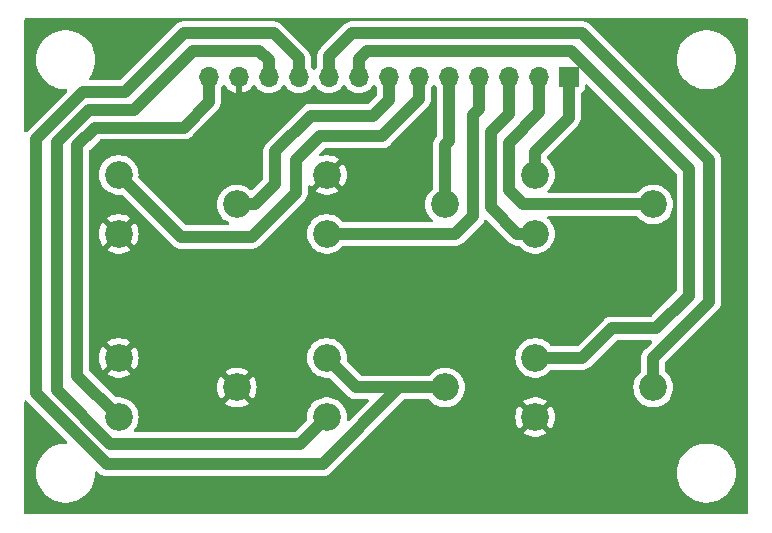
<source format=gbr>
%TF.GenerationSoftware,KiCad,Pcbnew,8.0.7*%
%TF.CreationDate,2025-03-30T18:54:04-04:00*%
%TF.ProjectId,WG P802 Adjustment Board,57472050-3830-4322-9041-646a7573746d,rev?*%
%TF.SameCoordinates,Original*%
%TF.FileFunction,Copper,L2,Bot*%
%TF.FilePolarity,Positive*%
%FSLAX46Y46*%
G04 Gerber Fmt 4.6, Leading zero omitted, Abs format (unit mm)*
G04 Created by KiCad (PCBNEW 8.0.7) date 2025-03-30 18:54:04*
%MOMM*%
%LPD*%
G01*
G04 APERTURE LIST*
%TA.AperFunction,ComponentPad*%
%ADD10C,2.340000*%
%TD*%
%TA.AperFunction,ComponentPad*%
%ADD11R,1.700000X1.700000*%
%TD*%
%TA.AperFunction,ComponentPad*%
%ADD12O,1.700000X1.700000*%
%TD*%
%TA.AperFunction,Conductor*%
%ADD13C,1.000000*%
%TD*%
G04 APERTURE END LIST*
D10*
%TO.P,VR103,1,1*%
%TO.N,GND*%
X33500000Y-43750000D03*
%TO.P,VR103,2,2*%
%TO.N,7*%
X43500000Y-41250000D03*
%TO.P,VR103,3,3*%
%TO.N,6*%
X33500000Y-38750000D03*
%TD*%
%TO.P,VR102,1,1*%
%TO.N,4*%
X51125000Y-43750000D03*
%TO.P,VR102,2,2*%
%TO.N,5*%
X61125000Y-41250000D03*
%TO.P,VR102,3,3*%
%TO.N,GND*%
X51125000Y-38750000D03*
%TD*%
D11*
%TO.P,J1,1,Pin_1*%
%TO.N,1*%
X71615000Y-30500000D03*
D12*
%TO.P,J1,2,Pin_2*%
%TO.N,2*%
X69075000Y-30500000D03*
%TO.P,J1,3,Pin_3*%
%TO.N,3*%
X66535000Y-30500000D03*
%TO.P,J1,4,Pin_4*%
%TO.N,4*%
X63995000Y-30500000D03*
%TO.P,J1,5,Pin_5*%
%TO.N,5*%
X61455000Y-30500000D03*
%TO.P,J1,6,Pin_6*%
%TO.N,6*%
X58915000Y-30500000D03*
%TO.P,J1,7,Pin_7*%
%TO.N,7*%
X56375000Y-30500000D03*
%TO.P,J1,8,Pin_8*%
%TO.N,8*%
X53835000Y-30500000D03*
%TO.P,J1,9,Pin_9*%
%TO.N,9*%
X51295000Y-30500000D03*
%TO.P,J1,10,Pin_10*%
%TO.N,10*%
X48755000Y-30500000D03*
%TO.P,J1,11,Pin_11*%
%TO.N,11*%
X46215000Y-30500000D03*
%TO.P,J1,12,Pin_12*%
%TO.N,GND*%
X43675000Y-30500000D03*
%TO.P,J1,13,Pin_13*%
%TO.N,13*%
X41135000Y-30500000D03*
%TD*%
D10*
%TO.P,VR101,1,1*%
%TO.N,3*%
X68750000Y-43750000D03*
%TO.P,VR101,2,2*%
%TO.N,2*%
X78750000Y-41250000D03*
%TO.P,VR101,3,3*%
%TO.N,1*%
X68750000Y-38750000D03*
%TD*%
%TO.P,VR105,1,1*%
%TO.N,11*%
X51125000Y-59250000D03*
%TO.P,VR105,2,2*%
%TO.N,10*%
X61125000Y-56750000D03*
%TO.P,VR105,3,3*%
X51125000Y-54250000D03*
%TD*%
%TO.P,VR106,1,1*%
%TO.N,13*%
X33500000Y-59250000D03*
%TO.P,VR106,2,2*%
%TO.N,GND*%
X43500000Y-56750000D03*
%TO.P,VR106,3,3*%
X33500000Y-54250000D03*
%TD*%
%TO.P,VR104,1,1*%
%TO.N,GND*%
X68750000Y-59250000D03*
%TO.P,VR104,2,2*%
%TO.N,9*%
X78750000Y-56750000D03*
%TO.P,VR104,3,3*%
%TO.N,8*%
X68750000Y-54250000D03*
%TD*%
D13*
%TO.N,1*%
X68750000Y-36790000D02*
X71615000Y-33925000D01*
X68750000Y-38750000D02*
X68750000Y-36790000D01*
X71615000Y-33925000D02*
X71615000Y-30500000D01*
%TO.N,2*%
X66500000Y-36040000D02*
X69075000Y-33465000D01*
X67750000Y-41250000D02*
X66500000Y-40000000D01*
X78750000Y-41250000D02*
X67750000Y-41250000D01*
X69075000Y-33465000D02*
X69075000Y-30500000D01*
X66500000Y-40000000D02*
X66500000Y-36040000D01*
%TO.N,3*%
X65000000Y-41500000D02*
X65000000Y-35100000D01*
X65000000Y-35100000D02*
X66535000Y-33565000D01*
X68750000Y-43750000D02*
X67250000Y-43750000D01*
X66535000Y-33565000D02*
X66535000Y-30500000D01*
X67250000Y-43750000D02*
X65000000Y-41500000D01*
%TO.N,4*%
X63995000Y-33185000D02*
X63995000Y-30500000D01*
X63500000Y-42250000D02*
X63500000Y-33680000D01*
X51125000Y-43750000D02*
X62000000Y-43750000D01*
X62000000Y-43750000D02*
X63500000Y-42250000D01*
X63500000Y-33680000D02*
X63995000Y-33185000D01*
%TO.N,5*%
X61125000Y-41250000D02*
X61125000Y-36215000D01*
X61125000Y-36215000D02*
X61455000Y-35885000D01*
X61455000Y-35885000D02*
X61455000Y-30500000D01*
%TO.N,6*%
X48500000Y-40250000D02*
X48500000Y-37500000D01*
X33500000Y-38750000D02*
X38750000Y-44000000D01*
X44750000Y-44000000D02*
X48500000Y-40250000D01*
X38750000Y-44000000D02*
X44750000Y-44000000D01*
X48500000Y-37500000D02*
X50500000Y-35500000D01*
X50500000Y-35500000D02*
X55750000Y-35500000D01*
X55750000Y-35500000D02*
X58915000Y-32335000D01*
X58915000Y-32335000D02*
X58915000Y-30500000D01*
%TO.N,7*%
X49750000Y-33750000D02*
X55000000Y-33750000D01*
X46750000Y-36750000D02*
X49750000Y-33750000D01*
X56375000Y-32375000D02*
X56375000Y-30500000D01*
X43500000Y-41250000D02*
X45000000Y-41250000D01*
X55000000Y-33750000D02*
X56375000Y-32375000D01*
X45000000Y-41250000D02*
X46750000Y-39500000D01*
X46750000Y-39500000D02*
X46750000Y-36750000D01*
%TO.N,8*%
X75250000Y-51750000D02*
X79000000Y-51750000D01*
X71750000Y-28250000D02*
X54500000Y-28250000D01*
X68750000Y-54250000D02*
X72750000Y-54250000D01*
X54500000Y-28250000D02*
X53835000Y-28915000D01*
X81750000Y-49000000D02*
X81750000Y-38250000D01*
X53835000Y-28915000D02*
X53835000Y-30500000D01*
X72750000Y-54250000D02*
X75250000Y-51750000D01*
X81750000Y-38250000D02*
X71750000Y-28250000D01*
X79000000Y-51750000D02*
X81750000Y-49000000D01*
%TO.N,9*%
X83500000Y-49500000D02*
X83500000Y-37500000D01*
X78750000Y-54250000D02*
X83500000Y-49500000D01*
X72750000Y-26750000D02*
X53250000Y-26750000D01*
X53250000Y-26750000D02*
X51295000Y-28705000D01*
X83500000Y-37500000D02*
X72750000Y-26750000D01*
X78750000Y-56750000D02*
X78750000Y-54250000D01*
X51295000Y-28705000D02*
X51295000Y-30500000D01*
%TO.N,10*%
X57250000Y-56750000D02*
X50750000Y-63250000D01*
X32500000Y-63250000D02*
X26500000Y-57250000D01*
X26500000Y-57250000D02*
X26500000Y-36500000D01*
X48755000Y-28885000D02*
X48755000Y-30500000D01*
X34000000Y-31750000D02*
X30500000Y-31750000D01*
X46620000Y-26750000D02*
X48755000Y-28885000D01*
X61125000Y-56750000D02*
X57250000Y-56750000D01*
X30500000Y-31750000D02*
X26500000Y-35750000D01*
X57250000Y-56750000D02*
X53625000Y-56750000D01*
X42450000Y-26750000D02*
X39000000Y-26750000D01*
X39000000Y-26750000D02*
X34000000Y-31750000D01*
X50750000Y-63250000D02*
X32500000Y-63250000D01*
X42450000Y-26750000D02*
X46620000Y-26750000D01*
X53625000Y-56750000D02*
X51125000Y-54250000D01*
X26500000Y-35750000D02*
X26500000Y-36500000D01*
%TO.N,11*%
X34750000Y-33250000D02*
X39750000Y-28250000D01*
X39750000Y-28250000D02*
X45410000Y-28250000D01*
X32750000Y-61500000D02*
X28250000Y-57000000D01*
X46215000Y-29055000D02*
X46215000Y-30500000D01*
X45410000Y-28250000D02*
X46215000Y-29055000D01*
X31000000Y-33250000D02*
X34750000Y-33250000D01*
X48875000Y-61500000D02*
X32750000Y-61500000D01*
X51125000Y-59250000D02*
X48875000Y-61500000D01*
X28250000Y-57000000D02*
X28250000Y-36000000D01*
X28250000Y-36000000D02*
X31000000Y-33250000D01*
%TO.N,13*%
X30000000Y-37750000D02*
X30000000Y-36750000D01*
X31500000Y-34750000D02*
X30000000Y-36250000D01*
X41135000Y-32595000D02*
X41135000Y-30500000D01*
X30000000Y-36250000D02*
X30000000Y-36750000D01*
X35840000Y-34750000D02*
X31500000Y-34750000D01*
X33500000Y-59250000D02*
X30000000Y-55750000D01*
X38980000Y-34750000D02*
X41135000Y-32595000D01*
X30000000Y-55750000D02*
X30000000Y-37750000D01*
X35840000Y-34750000D02*
X38980000Y-34750000D01*
%TD*%
%TA.AperFunction,Conductor*%
%TO.N,GND*%
G36*
X86692539Y-25520185D02*
G01*
X86738294Y-25572989D01*
X86749500Y-25624500D01*
X86749500Y-67375500D01*
X86729815Y-67442539D01*
X86677011Y-67488294D01*
X86625500Y-67499500D01*
X25624500Y-67499500D01*
X25557461Y-67479815D01*
X25511706Y-67427011D01*
X25500500Y-67375500D01*
X25500500Y-57963391D01*
X25520185Y-57896352D01*
X25572989Y-57850597D01*
X25642147Y-57840653D01*
X25705703Y-57869678D01*
X25720357Y-57884730D01*
X25722859Y-57887779D01*
X25722861Y-57887782D01*
X25862218Y-58027139D01*
X25862219Y-58027139D01*
X25869286Y-58034206D01*
X25869285Y-58034206D01*
X25869289Y-58034209D01*
X29122898Y-61287819D01*
X29156383Y-61349142D01*
X29151399Y-61418834D01*
X29109527Y-61474767D01*
X29044063Y-61499184D01*
X29035217Y-61499500D01*
X28842670Y-61499500D01*
X28530536Y-61538932D01*
X28530523Y-61538934D01*
X28225774Y-61617180D01*
X28225771Y-61617181D01*
X27933242Y-61733001D01*
X27933241Y-61733002D01*
X27657516Y-61884584D01*
X27657504Y-61884591D01*
X27402978Y-62069515D01*
X27402968Y-62069523D01*
X27173608Y-62284907D01*
X27173606Y-62284909D01*
X26973054Y-62527334D01*
X26973051Y-62527338D01*
X26804464Y-62792990D01*
X26804461Y-62792996D01*
X26670499Y-63077678D01*
X26670497Y-63077683D01*
X26573270Y-63376916D01*
X26514311Y-63685988D01*
X26514310Y-63685995D01*
X26494556Y-63999994D01*
X26494556Y-64000005D01*
X26514310Y-64314004D01*
X26514311Y-64314011D01*
X26573270Y-64623083D01*
X26670497Y-64922316D01*
X26670499Y-64922321D01*
X26804461Y-65207003D01*
X26804464Y-65207009D01*
X26973051Y-65472661D01*
X26973054Y-65472665D01*
X27173606Y-65715090D01*
X27173608Y-65715092D01*
X27402968Y-65930476D01*
X27402978Y-65930484D01*
X27657504Y-66115408D01*
X27657509Y-66115410D01*
X27657516Y-66115416D01*
X27933234Y-66266994D01*
X27933239Y-66266996D01*
X27933241Y-66266997D01*
X27933242Y-66266998D01*
X28225771Y-66382818D01*
X28225774Y-66382819D01*
X28530523Y-66461065D01*
X28530527Y-66461066D01*
X28596010Y-66469338D01*
X28842670Y-66500499D01*
X28842679Y-66500499D01*
X28842682Y-66500500D01*
X28842684Y-66500500D01*
X29157316Y-66500500D01*
X29157318Y-66500500D01*
X29157321Y-66500499D01*
X29157329Y-66500499D01*
X29343593Y-66476968D01*
X29469473Y-66461066D01*
X29774225Y-66382819D01*
X29774228Y-66382818D01*
X30066757Y-66266998D01*
X30066758Y-66266997D01*
X30066756Y-66266997D01*
X30066766Y-66266994D01*
X30342484Y-66115416D01*
X30597030Y-65930478D01*
X30826390Y-65715094D01*
X31026947Y-65472663D01*
X31195537Y-65207007D01*
X31329503Y-64922315D01*
X31426731Y-64623079D01*
X31485688Y-64314015D01*
X31493493Y-64189959D01*
X31505444Y-64000005D01*
X31505444Y-63999996D01*
X31503918Y-63975743D01*
X31519354Y-63907599D01*
X31569180Y-63858619D01*
X31637578Y-63844352D01*
X31702831Y-63869329D01*
X31715354Y-63880275D01*
X31722860Y-63887781D01*
X31722861Y-63887782D01*
X31862218Y-64027139D01*
X32026086Y-64136632D01*
X32132745Y-64180811D01*
X32208164Y-64212051D01*
X32382908Y-64246810D01*
X32401454Y-64250499D01*
X32401457Y-64250500D01*
X32401459Y-64250500D01*
X50848542Y-64250500D01*
X50867870Y-64246655D01*
X50945188Y-64231275D01*
X51041836Y-64212051D01*
X51095165Y-64189961D01*
X51223914Y-64136632D01*
X51387782Y-64027139D01*
X51414927Y-63999994D01*
X80744556Y-63999994D01*
X80744556Y-64000005D01*
X80764310Y-64314004D01*
X80764311Y-64314011D01*
X80823270Y-64623083D01*
X80920497Y-64922316D01*
X80920499Y-64922321D01*
X81054461Y-65207003D01*
X81054464Y-65207009D01*
X81223051Y-65472661D01*
X81223054Y-65472665D01*
X81423606Y-65715090D01*
X81423608Y-65715092D01*
X81652968Y-65930476D01*
X81652978Y-65930484D01*
X81907504Y-66115408D01*
X81907509Y-66115410D01*
X81907516Y-66115416D01*
X82183234Y-66266994D01*
X82183239Y-66266996D01*
X82183241Y-66266997D01*
X82183242Y-66266998D01*
X82475771Y-66382818D01*
X82475774Y-66382819D01*
X82780523Y-66461065D01*
X82780527Y-66461066D01*
X82846010Y-66469338D01*
X83092670Y-66500499D01*
X83092679Y-66500499D01*
X83092682Y-66500500D01*
X83092684Y-66500500D01*
X83407316Y-66500500D01*
X83407318Y-66500500D01*
X83407321Y-66500499D01*
X83407329Y-66500499D01*
X83593593Y-66476968D01*
X83719473Y-66461066D01*
X84024225Y-66382819D01*
X84024228Y-66382818D01*
X84316757Y-66266998D01*
X84316758Y-66266997D01*
X84316756Y-66266997D01*
X84316766Y-66266994D01*
X84592484Y-66115416D01*
X84847030Y-65930478D01*
X85076390Y-65715094D01*
X85276947Y-65472663D01*
X85445537Y-65207007D01*
X85579503Y-64922315D01*
X85676731Y-64623079D01*
X85735688Y-64314015D01*
X85743493Y-64189959D01*
X85755444Y-64000005D01*
X85755444Y-63999994D01*
X85735689Y-63685995D01*
X85735688Y-63685988D01*
X85735688Y-63685985D01*
X85676731Y-63376921D01*
X85579503Y-63077685D01*
X85445537Y-62792993D01*
X85276947Y-62527337D01*
X85258983Y-62505622D01*
X85076393Y-62284909D01*
X85076391Y-62284907D01*
X85038687Y-62249500D01*
X84847030Y-62069522D01*
X84847027Y-62069520D01*
X84847021Y-62069515D01*
X84592495Y-61884591D01*
X84592488Y-61884586D01*
X84592484Y-61884584D01*
X84316766Y-61733006D01*
X84316763Y-61733004D01*
X84316758Y-61733002D01*
X84316757Y-61733001D01*
X84024228Y-61617181D01*
X84024225Y-61617180D01*
X83719476Y-61538934D01*
X83719463Y-61538932D01*
X83407329Y-61499500D01*
X83407318Y-61499500D01*
X83092682Y-61499500D01*
X83092670Y-61499500D01*
X82780536Y-61538932D01*
X82780523Y-61538934D01*
X82475774Y-61617180D01*
X82475771Y-61617181D01*
X82183242Y-61733001D01*
X82183241Y-61733002D01*
X81907516Y-61884584D01*
X81907504Y-61884591D01*
X81652978Y-62069515D01*
X81652968Y-62069523D01*
X81423608Y-62284907D01*
X81423606Y-62284909D01*
X81223054Y-62527334D01*
X81223051Y-62527338D01*
X81054464Y-62792990D01*
X81054461Y-62792996D01*
X80920499Y-63077678D01*
X80920497Y-63077683D01*
X80823270Y-63376916D01*
X80764311Y-63685988D01*
X80764310Y-63685995D01*
X80744556Y-63999994D01*
X51414927Y-63999994D01*
X51527139Y-63887782D01*
X51527140Y-63887779D01*
X51534206Y-63880714D01*
X51534208Y-63880710D01*
X56164925Y-59249995D01*
X67075317Y-59249995D01*
X67075317Y-59250004D01*
X67094021Y-59499597D01*
X67094021Y-59499599D01*
X67149714Y-59743607D01*
X67149720Y-59743626D01*
X67241163Y-59976618D01*
X67366311Y-60193382D01*
X67404800Y-60241645D01*
X68148958Y-59497487D01*
X68173978Y-59557890D01*
X68245112Y-59664351D01*
X68335649Y-59754888D01*
X68442110Y-59826022D01*
X68502510Y-59851041D01*
X67758402Y-60595148D01*
X67912651Y-60700313D01*
X67912664Y-60700320D01*
X68138167Y-60808916D01*
X68138165Y-60808916D01*
X68377346Y-60882694D01*
X68377352Y-60882696D01*
X68624843Y-60919999D01*
X68624852Y-60920000D01*
X68875148Y-60920000D01*
X68875156Y-60919999D01*
X69122647Y-60882696D01*
X69122653Y-60882694D01*
X69361833Y-60808916D01*
X69587334Y-60700322D01*
X69587335Y-60700321D01*
X69741596Y-60595148D01*
X68997488Y-59851041D01*
X69057890Y-59826022D01*
X69164351Y-59754888D01*
X69254888Y-59664351D01*
X69326022Y-59557890D01*
X69351041Y-59497488D01*
X70095198Y-60241646D01*
X70095199Y-60241645D01*
X70133681Y-60193392D01*
X70133688Y-60193381D01*
X70258836Y-59976618D01*
X70350279Y-59743626D01*
X70350285Y-59743607D01*
X70405978Y-59499599D01*
X70405978Y-59499597D01*
X70424683Y-59250004D01*
X70424683Y-59249995D01*
X70405978Y-59000402D01*
X70405978Y-59000400D01*
X70350285Y-58756392D01*
X70350279Y-58756373D01*
X70258836Y-58523381D01*
X70133685Y-58306613D01*
X70095199Y-58258352D01*
X69351041Y-59002510D01*
X69326022Y-58942110D01*
X69254888Y-58835649D01*
X69164351Y-58745112D01*
X69057890Y-58673978D01*
X68997487Y-58648958D01*
X69741596Y-57904850D01*
X69587342Y-57799682D01*
X69587334Y-57799677D01*
X69361832Y-57691083D01*
X69361834Y-57691083D01*
X69122653Y-57617305D01*
X69122647Y-57617303D01*
X68875156Y-57580000D01*
X68624843Y-57580000D01*
X68377352Y-57617303D01*
X68377346Y-57617305D01*
X68138166Y-57691083D01*
X67912661Y-57799680D01*
X67912660Y-57799681D01*
X67758402Y-57904849D01*
X68502511Y-58648958D01*
X68442110Y-58673978D01*
X68335649Y-58745112D01*
X68245112Y-58835649D01*
X68173978Y-58942110D01*
X68148958Y-59002511D01*
X67404800Y-58258353D01*
X67366308Y-58306621D01*
X67241163Y-58523381D01*
X67149720Y-58756373D01*
X67149714Y-58756392D01*
X67094021Y-59000400D01*
X67094021Y-59000402D01*
X67075317Y-59249995D01*
X56164925Y-59249995D01*
X57628101Y-57786819D01*
X57689424Y-57753334D01*
X57715782Y-57750500D01*
X59726508Y-57750500D01*
X59793547Y-57770185D01*
X59823453Y-57797185D01*
X59897003Y-57889414D01*
X59897008Y-57889418D01*
X59897011Y-57889422D01*
X60080535Y-58059708D01*
X60080537Y-58059709D01*
X60080540Y-58059712D01*
X60287408Y-58200752D01*
X60287413Y-58200754D01*
X60287414Y-58200755D01*
X60287415Y-58200756D01*
X60407016Y-58258352D01*
X60512983Y-58309383D01*
X60512984Y-58309383D01*
X60512987Y-58309385D01*
X60752236Y-58383184D01*
X60752237Y-58383184D01*
X60752240Y-58383185D01*
X60999805Y-58420499D01*
X60999810Y-58420499D01*
X60999813Y-58420500D01*
X60999814Y-58420500D01*
X61250186Y-58420500D01*
X61250187Y-58420500D01*
X61250194Y-58420499D01*
X61497759Y-58383185D01*
X61497760Y-58383184D01*
X61497764Y-58383184D01*
X61737013Y-58309385D01*
X61962592Y-58200752D01*
X62169460Y-58059712D01*
X62350052Y-57892147D01*
X62352993Y-57889418D01*
X62352993Y-57889416D01*
X62352997Y-57889414D01*
X62509102Y-57693665D01*
X62634289Y-57476835D01*
X62725760Y-57243769D01*
X62781474Y-56999673D01*
X62800184Y-56750000D01*
X62783483Y-56527140D01*
X62781475Y-56500336D01*
X62781474Y-56500331D01*
X62781474Y-56500327D01*
X62725760Y-56256231D01*
X62634289Y-56023165D01*
X62509102Y-55806335D01*
X62352997Y-55610586D01*
X62352996Y-55610585D01*
X62352993Y-55610581D01*
X62169460Y-55440288D01*
X62162692Y-55435674D01*
X61962592Y-55299248D01*
X61962588Y-55299246D01*
X61962585Y-55299244D01*
X61962584Y-55299243D01*
X61743344Y-55193664D01*
X61737015Y-55190616D01*
X61737017Y-55190616D01*
X61497765Y-55116816D01*
X61497759Y-55116814D01*
X61250194Y-55079500D01*
X61250187Y-55079500D01*
X60999813Y-55079500D01*
X60999805Y-55079500D01*
X60752240Y-55116814D01*
X60752234Y-55116816D01*
X60512983Y-55190616D01*
X60287415Y-55299243D01*
X60287414Y-55299244D01*
X60287408Y-55299247D01*
X60287408Y-55299248D01*
X60270794Y-55310575D01*
X60080535Y-55440291D01*
X59897011Y-55610577D01*
X59897003Y-55610586D01*
X59825099Y-55700752D01*
X59823455Y-55702813D01*
X59766267Y-55742953D01*
X59726508Y-55749500D01*
X54090782Y-55749500D01*
X54023743Y-55729815D01*
X54003101Y-55713181D01*
X52822262Y-54532342D01*
X52788777Y-54471019D01*
X52786290Y-54435400D01*
X52800184Y-54250000D01*
X52792799Y-54151456D01*
X52781475Y-54000336D01*
X52781474Y-54000331D01*
X52781474Y-54000327D01*
X52725760Y-53756231D01*
X52634289Y-53523165D01*
X52509102Y-53306335D01*
X52352997Y-53110586D01*
X52352996Y-53110585D01*
X52352993Y-53110581D01*
X52169460Y-52940288D01*
X52098850Y-52892147D01*
X51962592Y-52799248D01*
X51962588Y-52799246D01*
X51962585Y-52799244D01*
X51962584Y-52799243D01*
X51737015Y-52690616D01*
X51737017Y-52690616D01*
X51497765Y-52616816D01*
X51497759Y-52616814D01*
X51250194Y-52579500D01*
X51250187Y-52579500D01*
X50999813Y-52579500D01*
X50999805Y-52579500D01*
X50752240Y-52616814D01*
X50752234Y-52616816D01*
X50512983Y-52690616D01*
X50287415Y-52799243D01*
X50287414Y-52799244D01*
X50287408Y-52799247D01*
X50287408Y-52799248D01*
X50263118Y-52815808D01*
X50080539Y-52940288D01*
X49897006Y-53110581D01*
X49740898Y-53306335D01*
X49615711Y-53523164D01*
X49524242Y-53756225D01*
X49524236Y-53756244D01*
X49468525Y-54000331D01*
X49468524Y-54000336D01*
X49449816Y-54249995D01*
X49449816Y-54250004D01*
X49468524Y-54499663D01*
X49468525Y-54499668D01*
X49524236Y-54743755D01*
X49524238Y-54743764D01*
X49524240Y-54743769D01*
X49615711Y-54976835D01*
X49740898Y-55193665D01*
X49825443Y-55299681D01*
X49897006Y-55389418D01*
X50070264Y-55550177D01*
X50080540Y-55559712D01*
X50287408Y-55700752D01*
X50287413Y-55700754D01*
X50287414Y-55700755D01*
X50287415Y-55700756D01*
X50375039Y-55742953D01*
X50512983Y-55809383D01*
X50512984Y-55809383D01*
X50512987Y-55809385D01*
X50752236Y-55883184D01*
X50752237Y-55883184D01*
X50752240Y-55883185D01*
X50999805Y-55920499D01*
X50999810Y-55920499D01*
X50999813Y-55920500D01*
X50999814Y-55920500D01*
X51250180Y-55920500D01*
X51250187Y-55920500D01*
X51301603Y-55912749D01*
X51370823Y-55922221D01*
X51407763Y-55947683D01*
X52844735Y-57384655D01*
X52844764Y-57384686D01*
X52987214Y-57527136D01*
X52987218Y-57527139D01*
X53151079Y-57636628D01*
X53151092Y-57636635D01*
X53279833Y-57689961D01*
X53322744Y-57707735D01*
X53333164Y-57712051D01*
X53429812Y-57731275D01*
X53478135Y-57740887D01*
X53526458Y-57750500D01*
X53526459Y-57750500D01*
X53526460Y-57750500D01*
X53723540Y-57750500D01*
X54535218Y-57750500D01*
X54602257Y-57770185D01*
X54648012Y-57822989D01*
X54657956Y-57892147D01*
X54628931Y-57955703D01*
X54622899Y-57962181D01*
X52993161Y-59591918D01*
X52931838Y-59625403D01*
X52862146Y-59620419D01*
X52806213Y-59578547D01*
X52781796Y-59513083D01*
X52781827Y-59494971D01*
X52800184Y-59250004D01*
X52800184Y-59249995D01*
X52781475Y-59000336D01*
X52781474Y-59000331D01*
X52781474Y-59000327D01*
X52725760Y-58756231D01*
X52634289Y-58523165D01*
X52509102Y-58306335D01*
X52352997Y-58110586D01*
X52352996Y-58110585D01*
X52352993Y-58110581D01*
X52169460Y-57940288D01*
X52117480Y-57904849D01*
X51962592Y-57799248D01*
X51962588Y-57799246D01*
X51962585Y-57799244D01*
X51962584Y-57799243D01*
X51743344Y-57693664D01*
X51737015Y-57690616D01*
X51737017Y-57690616D01*
X51497765Y-57616816D01*
X51497759Y-57616814D01*
X51250194Y-57579500D01*
X51250187Y-57579500D01*
X50999813Y-57579500D01*
X50999805Y-57579500D01*
X50752240Y-57616814D01*
X50752234Y-57616816D01*
X50512983Y-57690616D01*
X50287415Y-57799243D01*
X50287414Y-57799244D01*
X50287408Y-57799247D01*
X50287408Y-57799248D01*
X50263118Y-57815808D01*
X50080539Y-57940288D01*
X49897006Y-58110581D01*
X49740898Y-58306335D01*
X49615711Y-58523164D01*
X49524242Y-58756225D01*
X49524236Y-58756244D01*
X49468525Y-59000331D01*
X49468524Y-59000336D01*
X49449816Y-59249995D01*
X49449816Y-59250003D01*
X49463708Y-59435394D01*
X49449088Y-59503717D01*
X49427736Y-59532341D01*
X48496899Y-60463181D01*
X48435576Y-60496666D01*
X48409218Y-60499500D01*
X34897695Y-60499500D01*
X34830656Y-60479815D01*
X34784901Y-60427011D01*
X34774957Y-60357853D01*
X34800748Y-60298187D01*
X34884102Y-60193665D01*
X35009289Y-59976835D01*
X35100760Y-59743769D01*
X35156474Y-59499673D01*
X35156480Y-59499597D01*
X35175184Y-59250004D01*
X35175184Y-59249995D01*
X35156475Y-59000336D01*
X35156474Y-59000331D01*
X35156474Y-59000327D01*
X35100760Y-58756231D01*
X35009289Y-58523165D01*
X34884102Y-58306335D01*
X34727997Y-58110586D01*
X34727996Y-58110585D01*
X34727993Y-58110581D01*
X34544460Y-57940288D01*
X34492480Y-57904849D01*
X34337592Y-57799248D01*
X34337588Y-57799246D01*
X34337585Y-57799244D01*
X34337584Y-57799243D01*
X34118344Y-57693664D01*
X34112015Y-57690616D01*
X34112017Y-57690616D01*
X33872765Y-57616816D01*
X33872759Y-57616814D01*
X33625194Y-57579500D01*
X33625187Y-57579500D01*
X33374813Y-57579500D01*
X33374805Y-57579500D01*
X33323397Y-57587249D01*
X33254172Y-57577776D01*
X33217235Y-57552315D01*
X32414915Y-56749995D01*
X41825317Y-56749995D01*
X41825317Y-56750004D01*
X41844021Y-56999597D01*
X41844021Y-56999599D01*
X41899714Y-57243607D01*
X41899720Y-57243626D01*
X41991163Y-57476618D01*
X42116311Y-57693382D01*
X42154800Y-57741645D01*
X42898958Y-56997487D01*
X42923978Y-57057890D01*
X42995112Y-57164351D01*
X43085649Y-57254888D01*
X43192110Y-57326022D01*
X43252510Y-57351041D01*
X42508402Y-58095148D01*
X42662651Y-58200313D01*
X42662664Y-58200320D01*
X42888167Y-58308916D01*
X42888165Y-58308916D01*
X43127346Y-58382694D01*
X43127352Y-58382696D01*
X43374843Y-58419999D01*
X43374852Y-58420000D01*
X43625148Y-58420000D01*
X43625156Y-58419999D01*
X43872647Y-58382696D01*
X43872653Y-58382694D01*
X44111833Y-58308916D01*
X44337334Y-58200322D01*
X44337335Y-58200321D01*
X44491596Y-58095148D01*
X43747488Y-57351041D01*
X43807890Y-57326022D01*
X43914351Y-57254888D01*
X44004888Y-57164351D01*
X44076022Y-57057890D01*
X44101041Y-56997489D01*
X44845198Y-57741646D01*
X44845199Y-57741645D01*
X44883681Y-57693392D01*
X44883688Y-57693381D01*
X45008836Y-57476618D01*
X45100279Y-57243626D01*
X45100285Y-57243607D01*
X45155978Y-56999599D01*
X45155978Y-56999597D01*
X45174683Y-56750004D01*
X45174683Y-56749995D01*
X45155978Y-56500402D01*
X45155978Y-56500400D01*
X45100285Y-56256392D01*
X45100279Y-56256373D01*
X45008836Y-56023381D01*
X44883685Y-55806613D01*
X44845199Y-55758352D01*
X44101041Y-56502510D01*
X44076022Y-56442110D01*
X44004888Y-56335649D01*
X43914351Y-56245112D01*
X43807890Y-56173978D01*
X43747487Y-56148958D01*
X44491596Y-55404850D01*
X44337342Y-55299682D01*
X44337334Y-55299677D01*
X44111832Y-55191083D01*
X44111834Y-55191083D01*
X43872653Y-55117305D01*
X43872647Y-55117303D01*
X43625156Y-55080000D01*
X43374843Y-55080000D01*
X43127352Y-55117303D01*
X43127346Y-55117305D01*
X42888166Y-55191083D01*
X42662661Y-55299680D01*
X42662660Y-55299681D01*
X42508402Y-55404849D01*
X43252511Y-56148958D01*
X43192110Y-56173978D01*
X43085649Y-56245112D01*
X42995112Y-56335649D01*
X42923978Y-56442110D01*
X42898958Y-56502511D01*
X42154800Y-55758353D01*
X42116308Y-55806621D01*
X41991163Y-56023381D01*
X41899720Y-56256373D01*
X41899714Y-56256392D01*
X41844021Y-56500400D01*
X41844021Y-56500402D01*
X41825317Y-56749995D01*
X32414915Y-56749995D01*
X31036819Y-55371898D01*
X31003334Y-55310575D01*
X31000500Y-55284217D01*
X31000500Y-54249995D01*
X31825317Y-54249995D01*
X31825317Y-54250004D01*
X31844021Y-54499597D01*
X31844021Y-54499599D01*
X31899714Y-54743607D01*
X31899720Y-54743626D01*
X31991163Y-54976618D01*
X32116311Y-55193382D01*
X32154800Y-55241645D01*
X32898958Y-54497487D01*
X32923978Y-54557890D01*
X32995112Y-54664351D01*
X33085649Y-54754888D01*
X33192110Y-54826022D01*
X33252510Y-54851041D01*
X32508402Y-55595148D01*
X32662651Y-55700313D01*
X32662664Y-55700320D01*
X32888167Y-55808916D01*
X32888165Y-55808916D01*
X33127346Y-55882694D01*
X33127352Y-55882696D01*
X33374843Y-55919999D01*
X33374852Y-55920000D01*
X33625148Y-55920000D01*
X33625156Y-55919999D01*
X33872647Y-55882696D01*
X33872653Y-55882694D01*
X34111833Y-55808916D01*
X34337334Y-55700322D01*
X34337335Y-55700321D01*
X34491596Y-55595148D01*
X33747488Y-54851041D01*
X33807890Y-54826022D01*
X33914351Y-54754888D01*
X34004888Y-54664351D01*
X34076022Y-54557890D01*
X34101041Y-54497489D01*
X34845198Y-55241646D01*
X34845199Y-55241645D01*
X34883681Y-55193392D01*
X34883688Y-55193381D01*
X35008836Y-54976618D01*
X35100279Y-54743626D01*
X35100285Y-54743607D01*
X35155978Y-54499599D01*
X35155978Y-54499597D01*
X35174683Y-54250004D01*
X35174683Y-54249995D01*
X35155978Y-54000402D01*
X35155978Y-54000400D01*
X35100285Y-53756392D01*
X35100279Y-53756373D01*
X35008836Y-53523381D01*
X34883685Y-53306613D01*
X34845199Y-53258352D01*
X34101041Y-54002510D01*
X34076022Y-53942110D01*
X34004888Y-53835649D01*
X33914351Y-53745112D01*
X33807890Y-53673978D01*
X33747487Y-53648958D01*
X34491596Y-52904850D01*
X34337342Y-52799682D01*
X34337334Y-52799677D01*
X34111832Y-52691083D01*
X34111834Y-52691083D01*
X33872653Y-52617305D01*
X33872647Y-52617303D01*
X33625156Y-52580000D01*
X33374843Y-52580000D01*
X33127352Y-52617303D01*
X33127346Y-52617305D01*
X32888166Y-52691083D01*
X32662661Y-52799680D01*
X32662660Y-52799681D01*
X32508402Y-52904849D01*
X33252511Y-53648958D01*
X33192110Y-53673978D01*
X33085649Y-53745112D01*
X32995112Y-53835649D01*
X32923978Y-53942110D01*
X32898958Y-54002511D01*
X32154800Y-53258353D01*
X32116308Y-53306621D01*
X31991163Y-53523381D01*
X31899720Y-53756373D01*
X31899714Y-53756392D01*
X31844021Y-54000400D01*
X31844021Y-54000402D01*
X31825317Y-54249995D01*
X31000500Y-54249995D01*
X31000500Y-43749995D01*
X31825317Y-43749995D01*
X31825317Y-43750004D01*
X31844021Y-43999597D01*
X31844021Y-43999599D01*
X31899714Y-44243607D01*
X31899720Y-44243626D01*
X31991163Y-44476618D01*
X32116311Y-44693382D01*
X32154800Y-44741645D01*
X32898958Y-43997487D01*
X32923978Y-44057890D01*
X32995112Y-44164351D01*
X33085649Y-44254888D01*
X33192110Y-44326022D01*
X33252510Y-44351041D01*
X32508402Y-45095148D01*
X32662651Y-45200313D01*
X32662664Y-45200320D01*
X32888167Y-45308916D01*
X32888165Y-45308916D01*
X33127346Y-45382694D01*
X33127352Y-45382696D01*
X33374843Y-45419999D01*
X33374852Y-45420000D01*
X33625148Y-45420000D01*
X33625156Y-45419999D01*
X33872647Y-45382696D01*
X33872653Y-45382694D01*
X34111833Y-45308916D01*
X34337334Y-45200322D01*
X34337335Y-45200321D01*
X34491596Y-45095148D01*
X33747488Y-44351041D01*
X33807890Y-44326022D01*
X33914351Y-44254888D01*
X34004888Y-44164351D01*
X34076022Y-44057890D01*
X34101041Y-43997489D01*
X34845198Y-44741646D01*
X34845199Y-44741645D01*
X34883681Y-44693392D01*
X34883688Y-44693381D01*
X35008836Y-44476618D01*
X35100279Y-44243626D01*
X35100285Y-44243607D01*
X35155978Y-43999599D01*
X35155978Y-43999597D01*
X35174683Y-43750004D01*
X35174683Y-43749995D01*
X35155978Y-43500402D01*
X35155978Y-43500400D01*
X35100285Y-43256392D01*
X35100279Y-43256373D01*
X35008836Y-43023381D01*
X34883685Y-42806613D01*
X34845199Y-42758352D01*
X34101041Y-43502510D01*
X34076022Y-43442110D01*
X34004888Y-43335649D01*
X33914351Y-43245112D01*
X33807890Y-43173978D01*
X33747487Y-43148958D01*
X34491596Y-42404850D01*
X34337342Y-42299682D01*
X34337334Y-42299677D01*
X34111832Y-42191083D01*
X34111834Y-42191083D01*
X33872653Y-42117305D01*
X33872647Y-42117303D01*
X33625156Y-42080000D01*
X33374843Y-42080000D01*
X33127352Y-42117303D01*
X33127346Y-42117305D01*
X32888166Y-42191083D01*
X32662661Y-42299680D01*
X32662660Y-42299681D01*
X32508402Y-42404849D01*
X33252511Y-43148958D01*
X33192110Y-43173978D01*
X33085649Y-43245112D01*
X32995112Y-43335649D01*
X32923978Y-43442110D01*
X32898958Y-43502511D01*
X32154800Y-42758353D01*
X32116308Y-42806621D01*
X31991163Y-43023381D01*
X31899720Y-43256373D01*
X31899714Y-43256392D01*
X31844021Y-43500400D01*
X31844021Y-43500402D01*
X31825317Y-43749995D01*
X31000500Y-43749995D01*
X31000500Y-36715782D01*
X31020185Y-36648743D01*
X31036819Y-36628101D01*
X31878102Y-35786819D01*
X31939425Y-35753334D01*
X31965783Y-35750500D01*
X39078542Y-35750500D01*
X39097870Y-35746655D01*
X39175188Y-35731275D01*
X39271836Y-35712051D01*
X39325165Y-35689961D01*
X39453914Y-35636632D01*
X39617782Y-35527139D01*
X39757139Y-35387782D01*
X39757140Y-35387779D01*
X39764206Y-35380714D01*
X39764209Y-35380710D01*
X41772778Y-33372141D01*
X41772782Y-33372139D01*
X41912139Y-33232782D01*
X42021632Y-33068914D01*
X42090413Y-32902861D01*
X42097051Y-32886836D01*
X42135500Y-32693540D01*
X42135500Y-32496460D01*
X42135500Y-31460758D01*
X42155185Y-31393719D01*
X42171819Y-31373077D01*
X42173495Y-31371401D01*
X42303730Y-31185405D01*
X42358307Y-31141781D01*
X42427805Y-31134587D01*
X42490160Y-31166110D01*
X42506879Y-31185405D01*
X42636890Y-31371078D01*
X42803917Y-31538105D01*
X42997421Y-31673600D01*
X43211507Y-31773429D01*
X43211516Y-31773433D01*
X43425000Y-31830634D01*
X43425000Y-30933012D01*
X43482007Y-30965925D01*
X43609174Y-31000000D01*
X43740826Y-31000000D01*
X43867993Y-30965925D01*
X43925000Y-30933012D01*
X43925000Y-31830633D01*
X44138483Y-31773433D01*
X44138492Y-31773429D01*
X44352578Y-31673600D01*
X44546082Y-31538105D01*
X44713105Y-31371082D01*
X44843119Y-31185405D01*
X44897696Y-31141781D01*
X44967195Y-31134588D01*
X45029549Y-31166110D01*
X45046269Y-31185405D01*
X45176505Y-31371401D01*
X45343599Y-31538495D01*
X45440384Y-31606265D01*
X45537165Y-31674032D01*
X45537167Y-31674033D01*
X45537170Y-31674035D01*
X45751337Y-31773903D01*
X45979592Y-31835063D01*
X46167918Y-31851539D01*
X46214999Y-31855659D01*
X46215000Y-31855659D01*
X46215001Y-31855659D01*
X46254234Y-31852226D01*
X46450408Y-31835063D01*
X46678663Y-31773903D01*
X46892830Y-31674035D01*
X47086401Y-31538495D01*
X47253495Y-31371401D01*
X47383425Y-31185842D01*
X47438002Y-31142217D01*
X47507500Y-31135023D01*
X47569855Y-31166546D01*
X47586575Y-31185842D01*
X47716500Y-31371395D01*
X47716505Y-31371401D01*
X47883599Y-31538495D01*
X47980384Y-31606265D01*
X48077165Y-31674032D01*
X48077167Y-31674033D01*
X48077170Y-31674035D01*
X48291337Y-31773903D01*
X48519592Y-31835063D01*
X48707918Y-31851539D01*
X48754999Y-31855659D01*
X48755000Y-31855659D01*
X48755001Y-31855659D01*
X48794234Y-31852226D01*
X48990408Y-31835063D01*
X49218663Y-31773903D01*
X49432830Y-31674035D01*
X49626401Y-31538495D01*
X49793495Y-31371401D01*
X49923425Y-31185842D01*
X49978002Y-31142217D01*
X50047500Y-31135023D01*
X50109855Y-31166546D01*
X50126575Y-31185842D01*
X50256500Y-31371395D01*
X50256505Y-31371401D01*
X50423599Y-31538495D01*
X50520384Y-31606265D01*
X50617165Y-31674032D01*
X50617167Y-31674033D01*
X50617170Y-31674035D01*
X50831337Y-31773903D01*
X51059592Y-31835063D01*
X51247918Y-31851539D01*
X51294999Y-31855659D01*
X51295000Y-31855659D01*
X51295001Y-31855659D01*
X51334234Y-31852226D01*
X51530408Y-31835063D01*
X51758663Y-31773903D01*
X51972830Y-31674035D01*
X52166401Y-31538495D01*
X52333495Y-31371401D01*
X52463425Y-31185842D01*
X52518002Y-31142217D01*
X52587500Y-31135023D01*
X52649855Y-31166546D01*
X52666575Y-31185842D01*
X52796500Y-31371395D01*
X52796505Y-31371401D01*
X52963599Y-31538495D01*
X53060384Y-31606265D01*
X53157165Y-31674032D01*
X53157167Y-31674033D01*
X53157170Y-31674035D01*
X53371337Y-31773903D01*
X53599592Y-31835063D01*
X53787918Y-31851539D01*
X53834999Y-31855659D01*
X53835000Y-31855659D01*
X53835001Y-31855659D01*
X53874234Y-31852226D01*
X54070408Y-31835063D01*
X54298663Y-31773903D01*
X54512830Y-31674035D01*
X54706401Y-31538495D01*
X54873495Y-31371401D01*
X55003425Y-31185842D01*
X55058002Y-31142217D01*
X55127500Y-31135023D01*
X55189855Y-31166546D01*
X55206575Y-31185842D01*
X55336501Y-31371396D01*
X55336506Y-31371402D01*
X55338181Y-31373077D01*
X55338682Y-31373995D01*
X55339982Y-31375544D01*
X55339670Y-31375805D01*
X55371666Y-31434400D01*
X55374500Y-31460758D01*
X55374500Y-31909217D01*
X55354815Y-31976256D01*
X55338181Y-31996898D01*
X54621899Y-32713181D01*
X54560576Y-32746666D01*
X54534218Y-32749500D01*
X49651454Y-32749500D01*
X49619391Y-32755876D01*
X49619392Y-32755877D01*
X49458170Y-32787946D01*
X49458164Y-32787948D01*
X49276088Y-32863366D01*
X49276079Y-32863371D01*
X49112219Y-32972859D01*
X49112215Y-32972862D01*
X46808993Y-35276086D01*
X46112220Y-35972859D01*
X46112218Y-35972861D01*
X46072221Y-36012858D01*
X45972859Y-36112219D01*
X45863371Y-36276079D01*
X45863364Y-36276092D01*
X45817579Y-36386630D01*
X45817579Y-36386631D01*
X45787948Y-36458165D01*
X45787947Y-36458170D01*
X45779992Y-36498164D01*
X45749500Y-36651455D01*
X45749500Y-39034216D01*
X45729815Y-39101255D01*
X45713181Y-39121897D01*
X44810640Y-40024437D01*
X44749317Y-40057922D01*
X44679625Y-40052938D01*
X44638619Y-40027655D01*
X44544460Y-39940288D01*
X44337592Y-39799248D01*
X44337588Y-39799246D01*
X44337585Y-39799244D01*
X44337584Y-39799243D01*
X44118344Y-39693664D01*
X44112015Y-39690616D01*
X44112017Y-39690616D01*
X43872765Y-39616816D01*
X43872759Y-39616814D01*
X43625194Y-39579500D01*
X43625187Y-39579500D01*
X43374813Y-39579500D01*
X43374805Y-39579500D01*
X43127240Y-39616814D01*
X43127234Y-39616816D01*
X42887983Y-39690616D01*
X42662415Y-39799243D01*
X42662414Y-39799244D01*
X42455539Y-39940288D01*
X42272006Y-40110581D01*
X42115898Y-40306335D01*
X41990711Y-40523164D01*
X41899242Y-40756225D01*
X41899236Y-40756244D01*
X41843525Y-41000331D01*
X41843524Y-41000336D01*
X41824816Y-41249995D01*
X41824816Y-41250004D01*
X41843524Y-41499663D01*
X41843525Y-41499668D01*
X41899236Y-41743755D01*
X41899238Y-41743764D01*
X41899240Y-41743769D01*
X41990711Y-41976835D01*
X42115898Y-42193665D01*
X42200443Y-42299681D01*
X42272006Y-42389418D01*
X42428477Y-42534601D01*
X42455540Y-42559712D01*
X42662408Y-42700752D01*
X42662413Y-42700754D01*
X42662414Y-42700755D01*
X42662415Y-42700756D01*
X42793287Y-42763780D01*
X42845147Y-42810602D01*
X42863460Y-42878029D01*
X42842412Y-42944653D01*
X42788686Y-42989322D01*
X42739486Y-42999500D01*
X39215782Y-42999500D01*
X39148743Y-42979815D01*
X39128101Y-42963181D01*
X35197262Y-39032342D01*
X35163777Y-38971019D01*
X35161290Y-38935400D01*
X35175184Y-38750000D01*
X35156480Y-38500402D01*
X35156475Y-38500336D01*
X35156474Y-38500331D01*
X35156474Y-38500327D01*
X35100760Y-38256231D01*
X35009289Y-38023165D01*
X34884102Y-37806335D01*
X34727997Y-37610586D01*
X34727996Y-37610585D01*
X34727993Y-37610581D01*
X34544460Y-37440288D01*
X34539831Y-37437132D01*
X34337592Y-37299248D01*
X34337588Y-37299246D01*
X34337585Y-37299244D01*
X34337584Y-37299243D01*
X34112015Y-37190616D01*
X34112017Y-37190616D01*
X33872765Y-37116816D01*
X33872759Y-37116814D01*
X33625194Y-37079500D01*
X33625187Y-37079500D01*
X33374813Y-37079500D01*
X33374805Y-37079500D01*
X33127240Y-37116814D01*
X33127234Y-37116816D01*
X32887983Y-37190616D01*
X32662415Y-37299243D01*
X32662414Y-37299244D01*
X32662408Y-37299247D01*
X32662408Y-37299248D01*
X32638118Y-37315808D01*
X32455539Y-37440288D01*
X32272006Y-37610581D01*
X32115898Y-37806335D01*
X31990711Y-38023164D01*
X31899242Y-38256225D01*
X31899236Y-38256244D01*
X31843525Y-38500331D01*
X31843524Y-38500336D01*
X31824816Y-38749995D01*
X31824816Y-38750004D01*
X31843524Y-38999663D01*
X31843525Y-38999668D01*
X31899236Y-39243755D01*
X31899238Y-39243764D01*
X31899240Y-39243769D01*
X31990711Y-39476835D01*
X32115898Y-39693665D01*
X32152098Y-39739058D01*
X32272006Y-39889418D01*
X32417523Y-40024437D01*
X32455540Y-40059712D01*
X32662408Y-40200752D01*
X32662413Y-40200754D01*
X32662414Y-40200755D01*
X32662415Y-40200756D01*
X32750039Y-40242953D01*
X32887983Y-40309383D01*
X32887984Y-40309383D01*
X32887987Y-40309385D01*
X33127236Y-40383184D01*
X33127237Y-40383184D01*
X33127240Y-40383185D01*
X33374805Y-40420499D01*
X33374810Y-40420499D01*
X33374813Y-40420500D01*
X33374814Y-40420500D01*
X33625180Y-40420500D01*
X33625187Y-40420500D01*
X33676603Y-40412749D01*
X33745823Y-40422221D01*
X33782763Y-40447683D01*
X37969735Y-44634655D01*
X37969764Y-44634686D01*
X38112214Y-44777136D01*
X38112218Y-44777139D01*
X38276079Y-44886628D01*
X38276092Y-44886635D01*
X38404833Y-44939961D01*
X38447744Y-44957735D01*
X38458164Y-44962051D01*
X38554812Y-44981275D01*
X38603135Y-44990887D01*
X38651458Y-45000500D01*
X38651459Y-45000500D01*
X44848542Y-45000500D01*
X44867870Y-44996655D01*
X44945188Y-44981275D01*
X45041836Y-44962051D01*
X45095165Y-44939961D01*
X45223914Y-44886632D01*
X45387782Y-44777139D01*
X45527139Y-44637782D01*
X45527140Y-44637779D01*
X45534206Y-44630714D01*
X45534209Y-44630710D01*
X49137778Y-41027141D01*
X49137782Y-41027139D01*
X49277139Y-40887782D01*
X49386632Y-40723914D01*
X49462051Y-40541835D01*
X49462051Y-40541832D01*
X49462053Y-40541828D01*
X49475562Y-40473915D01*
X49500499Y-40348544D01*
X49500500Y-40348541D01*
X49500500Y-39739058D01*
X49520185Y-39672019D01*
X49572989Y-39626264D01*
X49642147Y-39616320D01*
X49705703Y-39645345D01*
X49731887Y-39677058D01*
X49741311Y-39693382D01*
X49779800Y-39741645D01*
X50523958Y-38997487D01*
X50548978Y-39057890D01*
X50620112Y-39164351D01*
X50710649Y-39254888D01*
X50817110Y-39326022D01*
X50877510Y-39351041D01*
X50133402Y-40095148D01*
X50287651Y-40200313D01*
X50287664Y-40200320D01*
X50513167Y-40308916D01*
X50513165Y-40308916D01*
X50752346Y-40382694D01*
X50752352Y-40382696D01*
X50999843Y-40419999D01*
X50999852Y-40420000D01*
X51250148Y-40420000D01*
X51250156Y-40419999D01*
X51497647Y-40382696D01*
X51497653Y-40382694D01*
X51736833Y-40308916D01*
X51962334Y-40200322D01*
X51962335Y-40200321D01*
X52116596Y-40095148D01*
X51372488Y-39351041D01*
X51432890Y-39326022D01*
X51539351Y-39254888D01*
X51629888Y-39164351D01*
X51701022Y-39057890D01*
X51726041Y-38997489D01*
X52470198Y-39741646D01*
X52470199Y-39741645D01*
X52508681Y-39693392D01*
X52508688Y-39693381D01*
X52633836Y-39476618D01*
X52725279Y-39243626D01*
X52725285Y-39243607D01*
X52780978Y-38999599D01*
X52780978Y-38999597D01*
X52799683Y-38750004D01*
X52799683Y-38749995D01*
X52780978Y-38500402D01*
X52780978Y-38500400D01*
X52725285Y-38256392D01*
X52725279Y-38256373D01*
X52633836Y-38023381D01*
X52508685Y-37806613D01*
X52470199Y-37758352D01*
X51726041Y-38502510D01*
X51701022Y-38442110D01*
X51629888Y-38335649D01*
X51539351Y-38245112D01*
X51432890Y-38173978D01*
X51372487Y-38148958D01*
X52116596Y-37404850D01*
X51962342Y-37299682D01*
X51962334Y-37299677D01*
X51736832Y-37191083D01*
X51736834Y-37191083D01*
X51497653Y-37117305D01*
X51497647Y-37117303D01*
X51250156Y-37080000D01*
X50999843Y-37080000D01*
X50752352Y-37117303D01*
X50752346Y-37117305D01*
X50572560Y-37172762D01*
X50502696Y-37173712D01*
X50443410Y-37136741D01*
X50413523Y-37073586D01*
X50422526Y-37004298D01*
X50448326Y-36966593D01*
X50878101Y-36536819D01*
X50939424Y-36503334D01*
X50965782Y-36500500D01*
X55848542Y-36500500D01*
X55868785Y-36496473D01*
X55945188Y-36481275D01*
X56041836Y-36462051D01*
X56095165Y-36439961D01*
X56223914Y-36386632D01*
X56387782Y-36277139D01*
X56527139Y-36137782D01*
X56527140Y-36137779D01*
X56534206Y-36130714D01*
X56534209Y-36130710D01*
X59552778Y-33112141D01*
X59552782Y-33112139D01*
X59692139Y-32972782D01*
X59801632Y-32808914D01*
X59872993Y-32636632D01*
X59877051Y-32626836D01*
X59902985Y-32496460D01*
X59907543Y-32473543D01*
X59907543Y-32473540D01*
X59915500Y-32433541D01*
X59915500Y-31460758D01*
X59935185Y-31393719D01*
X59951819Y-31373077D01*
X59953495Y-31371401D01*
X60083425Y-31185842D01*
X60138002Y-31142217D01*
X60207500Y-31135023D01*
X60269855Y-31166546D01*
X60286575Y-31185842D01*
X60416501Y-31371396D01*
X60416506Y-31371402D01*
X60418181Y-31373077D01*
X60418682Y-31373995D01*
X60419982Y-31375544D01*
X60419670Y-31375805D01*
X60451666Y-31434400D01*
X60454500Y-31460758D01*
X60454500Y-35419216D01*
X60434815Y-35486255D01*
X60418181Y-35506897D01*
X60347863Y-35577214D01*
X60347860Y-35577218D01*
X60238371Y-35741079D01*
X60238364Y-35741092D01*
X60162950Y-35923160D01*
X60162947Y-35923170D01*
X60124500Y-36116456D01*
X60124500Y-39845515D01*
X60104815Y-39912554D01*
X60083276Y-39936417D01*
X60083940Y-39937132D01*
X59897011Y-40110576D01*
X59897008Y-40110579D01*
X59740898Y-40306335D01*
X59615711Y-40523164D01*
X59524242Y-40756225D01*
X59524236Y-40756244D01*
X59468525Y-41000331D01*
X59468524Y-41000336D01*
X59449816Y-41249995D01*
X59449816Y-41250004D01*
X59468524Y-41499663D01*
X59468525Y-41499668D01*
X59524236Y-41743755D01*
X59524238Y-41743764D01*
X59524240Y-41743769D01*
X59615711Y-41976835D01*
X59740898Y-42193665D01*
X59825443Y-42299681D01*
X59897006Y-42389418D01*
X60053477Y-42534601D01*
X60089232Y-42594630D01*
X60086857Y-42664459D01*
X60047106Y-42721919D01*
X59982601Y-42748767D01*
X59969136Y-42749500D01*
X52523492Y-42749500D01*
X52456453Y-42729815D01*
X52426545Y-42702813D01*
X52424904Y-42700755D01*
X52352997Y-42610586D01*
X52352991Y-42610580D01*
X52352988Y-42610577D01*
X52169464Y-42440291D01*
X52169460Y-42440288D01*
X51962592Y-42299248D01*
X51962588Y-42299246D01*
X51962585Y-42299244D01*
X51962584Y-42299243D01*
X51737015Y-42190616D01*
X51737017Y-42190616D01*
X51497765Y-42116816D01*
X51497759Y-42116814D01*
X51250194Y-42079500D01*
X51250187Y-42079500D01*
X50999813Y-42079500D01*
X50999805Y-42079500D01*
X50752240Y-42116814D01*
X50752234Y-42116816D01*
X50512983Y-42190616D01*
X50287415Y-42299243D01*
X50287414Y-42299244D01*
X50287408Y-42299247D01*
X50287408Y-42299248D01*
X50263118Y-42315808D01*
X50080539Y-42440288D01*
X49897006Y-42610581D01*
X49740898Y-42806335D01*
X49615711Y-43023164D01*
X49524242Y-43256225D01*
X49524236Y-43256244D01*
X49468525Y-43500331D01*
X49468524Y-43500336D01*
X49449816Y-43749995D01*
X49449816Y-43750004D01*
X49468524Y-43999663D01*
X49468525Y-43999668D01*
X49524236Y-44243755D01*
X49524238Y-44243764D01*
X49524240Y-44243769D01*
X49615711Y-44476835D01*
X49740898Y-44693665D01*
X49823455Y-44797188D01*
X49897006Y-44889418D01*
X50070264Y-45050177D01*
X50080540Y-45059712D01*
X50287408Y-45200752D01*
X50287413Y-45200754D01*
X50287414Y-45200755D01*
X50287415Y-45200756D01*
X50407218Y-45258449D01*
X50512983Y-45309383D01*
X50512984Y-45309383D01*
X50512987Y-45309385D01*
X50752236Y-45383184D01*
X50752237Y-45383184D01*
X50752240Y-45383185D01*
X50999805Y-45420499D01*
X50999810Y-45420499D01*
X50999813Y-45420500D01*
X50999814Y-45420500D01*
X51250186Y-45420500D01*
X51250187Y-45420500D01*
X51250194Y-45420499D01*
X51497759Y-45383185D01*
X51497760Y-45383184D01*
X51497764Y-45383184D01*
X51737013Y-45309385D01*
X51962592Y-45200752D01*
X52169460Y-45059712D01*
X52352997Y-44889414D01*
X52426545Y-44797186D01*
X52483733Y-44757047D01*
X52523492Y-44750500D01*
X62098542Y-44750500D01*
X62117870Y-44746655D01*
X62195188Y-44731275D01*
X62291836Y-44712051D01*
X62345165Y-44689961D01*
X62473914Y-44636632D01*
X62637782Y-44527139D01*
X62777139Y-44387782D01*
X62777139Y-44387780D01*
X62787347Y-44377573D01*
X62787348Y-44377570D01*
X64277139Y-42887782D01*
X64280211Y-42883184D01*
X64386632Y-42723914D01*
X64386633Y-42723911D01*
X64386635Y-42723908D01*
X64416926Y-42650775D01*
X64439320Y-42596711D01*
X64483160Y-42542308D01*
X64549454Y-42520243D01*
X64617154Y-42537522D01*
X64641562Y-42556483D01*
X66612215Y-44527137D01*
X66612219Y-44527140D01*
X66776079Y-44636628D01*
X66776088Y-44636633D01*
X66778862Y-44637782D01*
X66958165Y-44712052D01*
X67151455Y-44750500D01*
X67151458Y-44750501D01*
X67351509Y-44750501D01*
X67418548Y-44770186D01*
X67448453Y-44797185D01*
X67522003Y-44889414D01*
X67522008Y-44889418D01*
X67522011Y-44889422D01*
X67705535Y-45059708D01*
X67705537Y-45059709D01*
X67705540Y-45059712D01*
X67912408Y-45200752D01*
X67912413Y-45200754D01*
X67912414Y-45200755D01*
X67912415Y-45200756D01*
X68032218Y-45258449D01*
X68137983Y-45309383D01*
X68137984Y-45309383D01*
X68137987Y-45309385D01*
X68377236Y-45383184D01*
X68377237Y-45383184D01*
X68377240Y-45383185D01*
X68624805Y-45420499D01*
X68624810Y-45420499D01*
X68624813Y-45420500D01*
X68624814Y-45420500D01*
X68875186Y-45420500D01*
X68875187Y-45420500D01*
X68875194Y-45420499D01*
X69122759Y-45383185D01*
X69122760Y-45383184D01*
X69122764Y-45383184D01*
X69362013Y-45309385D01*
X69587592Y-45200752D01*
X69794460Y-45059712D01*
X69936895Y-44927550D01*
X69977993Y-44889418D01*
X69977993Y-44889416D01*
X69977997Y-44889414D01*
X70134102Y-44693665D01*
X70259289Y-44476835D01*
X70350760Y-44243769D01*
X70406474Y-43999673D01*
X70425184Y-43750000D01*
X70406479Y-43500400D01*
X70406475Y-43500336D01*
X70406474Y-43500331D01*
X70406474Y-43500327D01*
X70350760Y-43256231D01*
X70259289Y-43023165D01*
X70134102Y-42806335D01*
X69977997Y-42610586D01*
X69977996Y-42610585D01*
X69977993Y-42610581D01*
X69821523Y-42465399D01*
X69785768Y-42405370D01*
X69788143Y-42335541D01*
X69827894Y-42278081D01*
X69892399Y-42251233D01*
X69905864Y-42250500D01*
X77351508Y-42250500D01*
X77418547Y-42270185D01*
X77448453Y-42297185D01*
X77522003Y-42389414D01*
X77522008Y-42389418D01*
X77522011Y-42389422D01*
X77705535Y-42559708D01*
X77705537Y-42559709D01*
X77705540Y-42559712D01*
X77912408Y-42700752D01*
X77912413Y-42700754D01*
X77912414Y-42700755D01*
X77912415Y-42700756D01*
X78012112Y-42748767D01*
X78137983Y-42809383D01*
X78137984Y-42809383D01*
X78137987Y-42809385D01*
X78377236Y-42883184D01*
X78377237Y-42883184D01*
X78377240Y-42883185D01*
X78624805Y-42920499D01*
X78624810Y-42920499D01*
X78624813Y-42920500D01*
X78624814Y-42920500D01*
X78875186Y-42920500D01*
X78875187Y-42920500D01*
X78875194Y-42920499D01*
X79122759Y-42883185D01*
X79122760Y-42883184D01*
X79122764Y-42883184D01*
X79362013Y-42809385D01*
X79543638Y-42721919D01*
X79587584Y-42700756D01*
X79587584Y-42700755D01*
X79587592Y-42700752D01*
X79794460Y-42559712D01*
X79961928Y-42404324D01*
X79977993Y-42389418D01*
X79977993Y-42389416D01*
X79977997Y-42389414D01*
X80134102Y-42193665D01*
X80259289Y-41976835D01*
X80350760Y-41743769D01*
X80406474Y-41499673D01*
X80425184Y-41250000D01*
X80409013Y-41034212D01*
X80406475Y-41000336D01*
X80406474Y-41000331D01*
X80406474Y-41000327D01*
X80350760Y-40756231D01*
X80259289Y-40523165D01*
X80134102Y-40306335D01*
X79977997Y-40110586D01*
X79977996Y-40110585D01*
X79977993Y-40110581D01*
X79794460Y-39940288D01*
X79787692Y-39935674D01*
X79587592Y-39799248D01*
X79587588Y-39799246D01*
X79587585Y-39799244D01*
X79587584Y-39799243D01*
X79368344Y-39693664D01*
X79362015Y-39690616D01*
X79362017Y-39690616D01*
X79122765Y-39616816D01*
X79122759Y-39616814D01*
X78875194Y-39579500D01*
X78875187Y-39579500D01*
X78624813Y-39579500D01*
X78624805Y-39579500D01*
X78377240Y-39616814D01*
X78377234Y-39616816D01*
X78137983Y-39690616D01*
X77912415Y-39799243D01*
X77912414Y-39799244D01*
X77705535Y-39940291D01*
X77522011Y-40110577D01*
X77522003Y-40110586D01*
X77450099Y-40200752D01*
X77448455Y-40202813D01*
X77391267Y-40242953D01*
X77351508Y-40249500D01*
X69905864Y-40249500D01*
X69838825Y-40229815D01*
X69793070Y-40177011D01*
X69783126Y-40107853D01*
X69812151Y-40044297D01*
X69821523Y-40034601D01*
X69827185Y-40029348D01*
X69923168Y-39940288D01*
X69977993Y-39889418D01*
X69977993Y-39889416D01*
X69977997Y-39889414D01*
X70134102Y-39693665D01*
X70259289Y-39476835D01*
X70350760Y-39243769D01*
X70406474Y-38999673D01*
X70407040Y-38992120D01*
X70425184Y-38750004D01*
X70425184Y-38749995D01*
X70406475Y-38500336D01*
X70406474Y-38500331D01*
X70406474Y-38500327D01*
X70350760Y-38256231D01*
X70259289Y-38023165D01*
X70134102Y-37806335D01*
X69977997Y-37610586D01*
X69977995Y-37610584D01*
X69977991Y-37610579D01*
X69977988Y-37610576D01*
X69791060Y-37437132D01*
X69792412Y-37435674D01*
X69757034Y-37385236D01*
X69750500Y-37345515D01*
X69750500Y-37255781D01*
X69770185Y-37188742D01*
X69786814Y-37168105D01*
X72252778Y-34702141D01*
X72252782Y-34702139D01*
X72392139Y-34562782D01*
X72501632Y-34398914D01*
X72577051Y-34216835D01*
X72579847Y-34202782D01*
X72615500Y-34023540D01*
X72615500Y-33826460D01*
X72615500Y-31914141D01*
X72635185Y-31847102D01*
X72687989Y-31801347D01*
X72696149Y-31797966D01*
X72707331Y-31793796D01*
X72734533Y-31773433D01*
X72816354Y-31712181D01*
X72822546Y-31707546D01*
X72908796Y-31592331D01*
X72959091Y-31457483D01*
X72965500Y-31397873D01*
X72965499Y-31179780D01*
X72985183Y-31112742D01*
X73037987Y-31066987D01*
X73107145Y-31057043D01*
X73170701Y-31086068D01*
X73177180Y-31092100D01*
X80713181Y-38628101D01*
X80746666Y-38689424D01*
X80749500Y-38715782D01*
X80749500Y-48534217D01*
X80729815Y-48601256D01*
X80713181Y-48621898D01*
X78621899Y-50713181D01*
X78560576Y-50746666D01*
X78534218Y-50749500D01*
X75151455Y-50749500D01*
X75054812Y-50768724D01*
X74958167Y-50787947D01*
X74958161Y-50787949D01*
X74904834Y-50810037D01*
X74904834Y-50810038D01*
X74859315Y-50828892D01*
X74776089Y-50863366D01*
X74776079Y-50863371D01*
X74612219Y-50972859D01*
X74542540Y-51042538D01*
X74472861Y-51112218D01*
X74472858Y-51112221D01*
X72371899Y-53213181D01*
X72310576Y-53246666D01*
X72284218Y-53249500D01*
X70148492Y-53249500D01*
X70081453Y-53229815D01*
X70051545Y-53202813D01*
X69977997Y-53110586D01*
X69977991Y-53110580D01*
X69977988Y-53110577D01*
X69794464Y-52940291D01*
X69794460Y-52940288D01*
X69587592Y-52799248D01*
X69587588Y-52799246D01*
X69587585Y-52799244D01*
X69587584Y-52799243D01*
X69362015Y-52690616D01*
X69362017Y-52690616D01*
X69122765Y-52616816D01*
X69122759Y-52616814D01*
X68875194Y-52579500D01*
X68875187Y-52579500D01*
X68624813Y-52579500D01*
X68624805Y-52579500D01*
X68377240Y-52616814D01*
X68377234Y-52616816D01*
X68137983Y-52690616D01*
X67912415Y-52799243D01*
X67912414Y-52799244D01*
X67912408Y-52799247D01*
X67912408Y-52799248D01*
X67888118Y-52815808D01*
X67705539Y-52940288D01*
X67522006Y-53110581D01*
X67365898Y-53306335D01*
X67240711Y-53523164D01*
X67149242Y-53756225D01*
X67149236Y-53756244D01*
X67093525Y-54000331D01*
X67093524Y-54000336D01*
X67074816Y-54249995D01*
X67074816Y-54250004D01*
X67093524Y-54499663D01*
X67093525Y-54499668D01*
X67149236Y-54743755D01*
X67149238Y-54743764D01*
X67149240Y-54743769D01*
X67240711Y-54976835D01*
X67365898Y-55193665D01*
X67450443Y-55299681D01*
X67522006Y-55389418D01*
X67695264Y-55550177D01*
X67705540Y-55559712D01*
X67912408Y-55700752D01*
X67912413Y-55700754D01*
X67912414Y-55700755D01*
X67912415Y-55700756D01*
X68000039Y-55742953D01*
X68137983Y-55809383D01*
X68137984Y-55809383D01*
X68137987Y-55809385D01*
X68377236Y-55883184D01*
X68377237Y-55883184D01*
X68377240Y-55883185D01*
X68624805Y-55920499D01*
X68624810Y-55920499D01*
X68624813Y-55920500D01*
X68624814Y-55920500D01*
X68875186Y-55920500D01*
X68875187Y-55920500D01*
X68875194Y-55920499D01*
X69122759Y-55883185D01*
X69122760Y-55883184D01*
X69122764Y-55883184D01*
X69362013Y-55809385D01*
X69561783Y-55713181D01*
X69587584Y-55700756D01*
X69587584Y-55700755D01*
X69587592Y-55700752D01*
X69794460Y-55559712D01*
X69977997Y-55389414D01*
X70051545Y-55297186D01*
X70108733Y-55257047D01*
X70148492Y-55250500D01*
X72848542Y-55250500D01*
X72867870Y-55246655D01*
X72945188Y-55231275D01*
X73041836Y-55212051D01*
X73095165Y-55189961D01*
X73223914Y-55136632D01*
X73387782Y-55027139D01*
X73527139Y-54887782D01*
X73527140Y-54887779D01*
X73534206Y-54880714D01*
X73534208Y-54880710D01*
X75628101Y-52786819D01*
X75689424Y-52753334D01*
X75715782Y-52750500D01*
X78535218Y-52750500D01*
X78602257Y-52770185D01*
X78648012Y-52822989D01*
X78657956Y-52892147D01*
X78628931Y-52955703D01*
X78622902Y-52962176D01*
X78112220Y-53472859D01*
X78112218Y-53472861D01*
X78061915Y-53523164D01*
X77972859Y-53612219D01*
X77863371Y-53776079D01*
X77863364Y-53776092D01*
X77787950Y-53958160D01*
X77787947Y-53958170D01*
X77749500Y-54151456D01*
X77749500Y-55345515D01*
X77729815Y-55412554D01*
X77708276Y-55436417D01*
X77708940Y-55437132D01*
X77522011Y-55610576D01*
X77522008Y-55610579D01*
X77365898Y-55806335D01*
X77240711Y-56023164D01*
X77149242Y-56256225D01*
X77149236Y-56256244D01*
X77093525Y-56500331D01*
X77093524Y-56500336D01*
X77074816Y-56749995D01*
X77074816Y-56750004D01*
X77093524Y-56999663D01*
X77093525Y-56999668D01*
X77149236Y-57243755D01*
X77149238Y-57243764D01*
X77149240Y-57243769D01*
X77240711Y-57476835D01*
X77365898Y-57693665D01*
X77450443Y-57799681D01*
X77522006Y-57889418D01*
X77670435Y-58027139D01*
X77705540Y-58059712D01*
X77912408Y-58200752D01*
X77912413Y-58200754D01*
X77912414Y-58200755D01*
X77912415Y-58200756D01*
X78032016Y-58258352D01*
X78137983Y-58309383D01*
X78137984Y-58309383D01*
X78137987Y-58309385D01*
X78377236Y-58383184D01*
X78377237Y-58383184D01*
X78377240Y-58383185D01*
X78624805Y-58420499D01*
X78624810Y-58420499D01*
X78624813Y-58420500D01*
X78624814Y-58420500D01*
X78875186Y-58420500D01*
X78875187Y-58420500D01*
X78875194Y-58420499D01*
X79122759Y-58383185D01*
X79122760Y-58383184D01*
X79122764Y-58383184D01*
X79362013Y-58309385D01*
X79587592Y-58200752D01*
X79794460Y-58059712D01*
X79975052Y-57892147D01*
X79977993Y-57889418D01*
X79977993Y-57889416D01*
X79977997Y-57889414D01*
X80134102Y-57693665D01*
X80259289Y-57476835D01*
X80350760Y-57243769D01*
X80406474Y-56999673D01*
X80425184Y-56750000D01*
X80408483Y-56527140D01*
X80406475Y-56500336D01*
X80406474Y-56500331D01*
X80406474Y-56500327D01*
X80350760Y-56256231D01*
X80259289Y-56023165D01*
X80134102Y-55806335D01*
X79977997Y-55610586D01*
X79977995Y-55610584D01*
X79977991Y-55610579D01*
X79977988Y-55610576D01*
X79791060Y-55437132D01*
X79792412Y-55435674D01*
X79757034Y-55385236D01*
X79750500Y-55345515D01*
X79750500Y-54715782D01*
X79770185Y-54648743D01*
X79786819Y-54628101D01*
X84277136Y-50137785D01*
X84277136Y-50137784D01*
X84277139Y-50137782D01*
X84314129Y-50082421D01*
X84386631Y-49973916D01*
X84386636Y-49973906D01*
X84462049Y-49791839D01*
X84462051Y-49791835D01*
X84500500Y-49598541D01*
X84500500Y-37401459D01*
X84500500Y-37401456D01*
X84475771Y-37277140D01*
X84475771Y-37277139D01*
X84462051Y-37208164D01*
X84424213Y-37116816D01*
X84424212Y-37116814D01*
X84386635Y-37026093D01*
X84386634Y-37026092D01*
X84386632Y-37026086D01*
X84346878Y-36966590D01*
X84277139Y-36862217D01*
X84134686Y-36719764D01*
X84134655Y-36719735D01*
X76414914Y-28999994D01*
X80744556Y-28999994D01*
X80744556Y-29000005D01*
X80764310Y-29314004D01*
X80764311Y-29314011D01*
X80777048Y-29380782D01*
X80820064Y-29606280D01*
X80823270Y-29623083D01*
X80920497Y-29922316D01*
X80920499Y-29922321D01*
X81054461Y-30207003D01*
X81054464Y-30207009D01*
X81223051Y-30472661D01*
X81223054Y-30472665D01*
X81423606Y-30715090D01*
X81423608Y-30715092D01*
X81423610Y-30715094D01*
X81445248Y-30735413D01*
X81652968Y-30930476D01*
X81652978Y-30930484D01*
X81907504Y-31115408D01*
X81907509Y-31115410D01*
X81907516Y-31115416D01*
X82183234Y-31266994D01*
X82183239Y-31266996D01*
X82183241Y-31266997D01*
X82183242Y-31266998D01*
X82475771Y-31382818D01*
X82475774Y-31382819D01*
X82766572Y-31457483D01*
X82780527Y-31461066D01*
X82846010Y-31469338D01*
X83092670Y-31500499D01*
X83092679Y-31500499D01*
X83092682Y-31500500D01*
X83092684Y-31500500D01*
X83407316Y-31500500D01*
X83407318Y-31500500D01*
X83407321Y-31500499D01*
X83407329Y-31500499D01*
X83610218Y-31474868D01*
X83719473Y-31461066D01*
X84024225Y-31382819D01*
X84024228Y-31382818D01*
X84316757Y-31266998D01*
X84316758Y-31266997D01*
X84316756Y-31266997D01*
X84316766Y-31266994D01*
X84592484Y-31115416D01*
X84847030Y-30930478D01*
X85076390Y-30715094D01*
X85276947Y-30472663D01*
X85445537Y-30207007D01*
X85579503Y-29922315D01*
X85676731Y-29623079D01*
X85735688Y-29314015D01*
X85735705Y-29313743D01*
X85755444Y-29000005D01*
X85755444Y-28999994D01*
X85735689Y-28685995D01*
X85735688Y-28685984D01*
X85717981Y-28593161D01*
X85676731Y-28376921D01*
X85579503Y-28077685D01*
X85445537Y-27792993D01*
X85276947Y-27527337D01*
X85258983Y-27505622D01*
X85076393Y-27284909D01*
X85076391Y-27284907D01*
X84847031Y-27069523D01*
X84847021Y-27069515D01*
X84592495Y-26884591D01*
X84592488Y-26884586D01*
X84592484Y-26884584D01*
X84316766Y-26733006D01*
X84316763Y-26733004D01*
X84316758Y-26733002D01*
X84316757Y-26733001D01*
X84024228Y-26617181D01*
X84024225Y-26617180D01*
X83719476Y-26538934D01*
X83719463Y-26538932D01*
X83407329Y-26499500D01*
X83407318Y-26499500D01*
X83092682Y-26499500D01*
X83092670Y-26499500D01*
X82780536Y-26538932D01*
X82780523Y-26538934D01*
X82475774Y-26617180D01*
X82475771Y-26617181D01*
X82183242Y-26733001D01*
X82183241Y-26733002D01*
X81907516Y-26884584D01*
X81907504Y-26884591D01*
X81652978Y-27069515D01*
X81652968Y-27069523D01*
X81423608Y-27284907D01*
X81423606Y-27284909D01*
X81223054Y-27527334D01*
X81223051Y-27527338D01*
X81054464Y-27792990D01*
X81054461Y-27792996D01*
X80920499Y-28077678D01*
X80920497Y-28077683D01*
X80823270Y-28376916D01*
X80823269Y-28376920D01*
X80823269Y-28376921D01*
X80816355Y-28413164D01*
X80764312Y-28685984D01*
X80764310Y-28685995D01*
X80744556Y-28999994D01*
X76414914Y-28999994D01*
X73531479Y-26116559D01*
X73531459Y-26116537D01*
X73387785Y-25972863D01*
X73387781Y-25972860D01*
X73223920Y-25863371D01*
X73223911Y-25863366D01*
X73151315Y-25833296D01*
X73095165Y-25810038D01*
X73041836Y-25787949D01*
X73041832Y-25787948D01*
X73041828Y-25787946D01*
X72945188Y-25768724D01*
X72848544Y-25749500D01*
X72848541Y-25749500D01*
X53354675Y-25749500D01*
X53354655Y-25749499D01*
X53348541Y-25749499D01*
X53151460Y-25749499D01*
X53151457Y-25749499D01*
X52958172Y-25787946D01*
X52958164Y-25787948D01*
X52776088Y-25863366D01*
X52776079Y-25863371D01*
X52612219Y-25972859D01*
X52612215Y-25972862D01*
X51079457Y-27505622D01*
X50657220Y-27927859D01*
X50657218Y-27927861D01*
X50587538Y-27997540D01*
X50517859Y-28067219D01*
X50408371Y-28231080D01*
X50408364Y-28231093D01*
X50385491Y-28286316D01*
X50385491Y-28286317D01*
X50333810Y-28411086D01*
X50332949Y-28413164D01*
X50327395Y-28441086D01*
X50327395Y-28441087D01*
X50294500Y-28606456D01*
X50294500Y-29539241D01*
X50274815Y-29606280D01*
X50258181Y-29626922D01*
X50256505Y-29628597D01*
X50126575Y-29814158D01*
X50071998Y-29857783D01*
X50002500Y-29864977D01*
X49940145Y-29833454D01*
X49923425Y-29814158D01*
X49793494Y-29628597D01*
X49791819Y-29626922D01*
X49791315Y-29626000D01*
X49790014Y-29624449D01*
X49790325Y-29624187D01*
X49758334Y-29565599D01*
X49755500Y-29539241D01*
X49755500Y-28786456D01*
X49735514Y-28685985D01*
X49717051Y-28593164D01*
X49712048Y-28581086D01*
X49694961Y-28539833D01*
X49641635Y-28411092D01*
X49641628Y-28411079D01*
X49532139Y-28247218D01*
X49532136Y-28247214D01*
X49389686Y-28104764D01*
X49389655Y-28104735D01*
X47401479Y-26116559D01*
X47401459Y-26116537D01*
X47257785Y-25972863D01*
X47257781Y-25972860D01*
X47093920Y-25863371D01*
X47093911Y-25863366D01*
X47021315Y-25833296D01*
X46965165Y-25810038D01*
X46911836Y-25787949D01*
X46911832Y-25787948D01*
X46911828Y-25787946D01*
X46815188Y-25768724D01*
X46718544Y-25749500D01*
X46718541Y-25749500D01*
X42548541Y-25749500D01*
X38901459Y-25749500D01*
X38901455Y-25749500D01*
X38804812Y-25768724D01*
X38708167Y-25787947D01*
X38708161Y-25787949D01*
X38654834Y-25810037D01*
X38654834Y-25810038D01*
X38609315Y-25828892D01*
X38526089Y-25863366D01*
X38526079Y-25863371D01*
X38362219Y-25972859D01*
X38292540Y-26042538D01*
X38222861Y-26112218D01*
X38222858Y-26112221D01*
X35921916Y-28413164D01*
X33621899Y-30713181D01*
X33560576Y-30746666D01*
X33534218Y-30749500D01*
X31061441Y-30749500D01*
X30994402Y-30729815D01*
X30948647Y-30677011D01*
X30938703Y-30607853D01*
X30965898Y-30546459D01*
X31026945Y-30472665D01*
X31026948Y-30472661D01*
X31195537Y-30207007D01*
X31329503Y-29922315D01*
X31426731Y-29623079D01*
X31485688Y-29314015D01*
X31485705Y-29313743D01*
X31505444Y-29000005D01*
X31505444Y-28999994D01*
X31485689Y-28685995D01*
X31485688Y-28685984D01*
X31467981Y-28593161D01*
X31426731Y-28376921D01*
X31329503Y-28077685D01*
X31195537Y-27792993D01*
X31026947Y-27527337D01*
X31008983Y-27505622D01*
X30826393Y-27284909D01*
X30826391Y-27284907D01*
X30597031Y-27069523D01*
X30597021Y-27069515D01*
X30342495Y-26884591D01*
X30342488Y-26884586D01*
X30342484Y-26884584D01*
X30066766Y-26733006D01*
X30066763Y-26733004D01*
X30066758Y-26733002D01*
X30066757Y-26733001D01*
X29774228Y-26617181D01*
X29774225Y-26617180D01*
X29469476Y-26538934D01*
X29469463Y-26538932D01*
X29157329Y-26499500D01*
X29157318Y-26499500D01*
X28842682Y-26499500D01*
X28842670Y-26499500D01*
X28530536Y-26538932D01*
X28530523Y-26538934D01*
X28225774Y-26617180D01*
X28225771Y-26617181D01*
X27933242Y-26733001D01*
X27933241Y-26733002D01*
X27657516Y-26884584D01*
X27657504Y-26884591D01*
X27402978Y-27069515D01*
X27402968Y-27069523D01*
X27173608Y-27284907D01*
X27173606Y-27284909D01*
X26973054Y-27527334D01*
X26973051Y-27527338D01*
X26804464Y-27792990D01*
X26804461Y-27792996D01*
X26670499Y-28077678D01*
X26670497Y-28077683D01*
X26573270Y-28376916D01*
X26573269Y-28376920D01*
X26573269Y-28376921D01*
X26566355Y-28413164D01*
X26514312Y-28685984D01*
X26514310Y-28685995D01*
X26494556Y-28999994D01*
X26494556Y-29000005D01*
X26514310Y-29314004D01*
X26514311Y-29314011D01*
X26527048Y-29380782D01*
X26570064Y-29606280D01*
X26573270Y-29623083D01*
X26670497Y-29922316D01*
X26670499Y-29922321D01*
X26804461Y-30207003D01*
X26804464Y-30207009D01*
X26973051Y-30472661D01*
X26973054Y-30472665D01*
X27173606Y-30715090D01*
X27173608Y-30715092D01*
X27173610Y-30715094D01*
X27195248Y-30735413D01*
X27402968Y-30930476D01*
X27402978Y-30930484D01*
X27657504Y-31115408D01*
X27657509Y-31115410D01*
X27657516Y-31115416D01*
X27933234Y-31266994D01*
X27933239Y-31266996D01*
X27933241Y-31266997D01*
X27933242Y-31266998D01*
X28225771Y-31382818D01*
X28225774Y-31382819D01*
X28516572Y-31457483D01*
X28530527Y-31461066D01*
X28596010Y-31469338D01*
X28842670Y-31500499D01*
X28842679Y-31500499D01*
X28842682Y-31500500D01*
X28842684Y-31500500D01*
X29035216Y-31500500D01*
X29102255Y-31520185D01*
X29148010Y-31572989D01*
X29157954Y-31642147D01*
X29128929Y-31705703D01*
X29122897Y-31712181D01*
X27470551Y-33364528D01*
X25862220Y-34972859D01*
X25862218Y-34972861D01*
X25798471Y-35036608D01*
X25722860Y-35112218D01*
X25720352Y-35115275D01*
X25718633Y-35116445D01*
X25718553Y-35116526D01*
X25718537Y-35116510D01*
X25662605Y-35154608D01*
X25592761Y-35156477D01*
X25532993Y-35120289D01*
X25502278Y-35057532D01*
X25500500Y-35036608D01*
X25500500Y-25624500D01*
X25520185Y-25557461D01*
X25572989Y-25511706D01*
X25624500Y-25500500D01*
X86625500Y-25500500D01*
X86692539Y-25520185D01*
G37*
%TD.AperFunction*%
%TD*%
M02*

</source>
